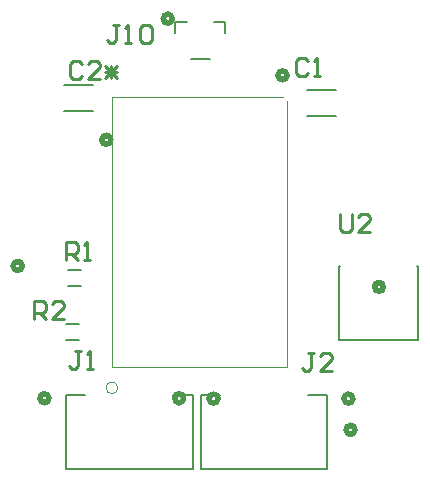
<source format=gto>
G04*
G04 #@! TF.GenerationSoftware,Altium Limited,Altium Designer,21.6.4 (81)*
G04*
G04 Layer_Color=65535*
%FSLAX44Y44*%
%MOMM*%
G71*
G04*
G04 #@! TF.SameCoordinates,662A1053-D2FE-41ED-9168-75848B50F108*
G04*
G04*
G04 #@! TF.FilePolarity,Positive*
G04*
G01*
G75*
%ADD10C,0.5080*%
%ADD11C,0.0800*%
%ADD12C,0.2000*%
%ADD13C,0.1524*%
%ADD14C,0.2540*%
D10*
X878631Y1450690D02*
G03*
X878631Y1450690I-3810J0D01*
G01*
X936209Y1150523D02*
G03*
X936209Y1150523I-3810J0D01*
G01*
X960311Y1271578D02*
G03*
X960311Y1271578I-3810J0D01*
G01*
X677009Y1177290D02*
G03*
X677009Y1177290I-3810J0D01*
G01*
X654463Y1289281D02*
G03*
X654463Y1289281I-3810J0D01*
G01*
X791069Y1177290D02*
G03*
X791069Y1177290I-3810J0D01*
G01*
X729410Y1396111D02*
G03*
X729410Y1396111I-3810J0D01*
G01*
X934421Y1176940D02*
G03*
X934421Y1176940I-3810J0D01*
G01*
X820211Y1176940D02*
G03*
X820211Y1176940I-3810J0D01*
G01*
X781511Y1498600D02*
G03*
X781511Y1498600I-3810J0D01*
G01*
D11*
X735340Y1186060D02*
G03*
X735340Y1186060I-5000J0D01*
G01*
X730340Y1203960D02*
X878840D01*
X730340D02*
Y1432560D01*
X878840Y1203960D02*
Y1428660D01*
X730340Y1432560D02*
X874940D01*
D12*
X691730Y1240170D02*
X702730D01*
X691730Y1226170D02*
X702730D01*
X693000Y1271890D02*
X704000D01*
X693000Y1285890D02*
X704000D01*
X690019Y1442290D02*
X714601D01*
X690019Y1420290D02*
X714601D01*
X895759Y1438480D02*
X920341D01*
X895759Y1416480D02*
X920341D01*
X922660Y1226870D02*
Y1289070D01*
Y1226870D02*
X989960D01*
Y1289070D01*
X989060D02*
X989960D01*
X922660D02*
X923560D01*
D13*
X912831Y1117680D02*
Y1180164D01*
X805389Y1117680D02*
X912831D01*
X805389D02*
Y1180164D01*
X895994D02*
X912831D01*
X805389D02*
X822226D01*
X798621Y1117680D02*
Y1180164D01*
X691179Y1117680D02*
X798621D01*
X691179D02*
Y1180164D01*
X781784D02*
X798621D01*
X691179D02*
X708017D01*
X784051Y1496050D02*
X793631D01*
X784051Y1486202D02*
Y1496050D01*
X816889D02*
X826469D01*
Y1486202D02*
Y1496050D01*
X797064Y1464554D02*
X813455D01*
D14*
X664134Y1244603D02*
Y1259837D01*
X671752D01*
X674291Y1257298D01*
Y1252220D01*
X671752Y1249681D01*
X664134D01*
X669212D02*
X674291Y1244603D01*
X689526D02*
X679369D01*
X689526Y1254759D01*
Y1257298D01*
X686987Y1259837D01*
X681908D01*
X679369Y1257298D01*
X691642Y1294384D02*
Y1309619D01*
X699259D01*
X701799Y1307080D01*
Y1302001D01*
X699259Y1299462D01*
X691642D01*
X696720D02*
X701799Y1294384D01*
X706877D02*
X711955D01*
X709416D01*
Y1309619D01*
X706877Y1307080D01*
X923290Y1333495D02*
Y1320799D01*
X925829Y1318260D01*
X930908D01*
X933447Y1320799D01*
Y1333495D01*
X948682Y1318260D02*
X938525D01*
X948682Y1328417D01*
Y1330956D01*
X946143Y1333495D01*
X941064D01*
X938525Y1330956D01*
X736683Y1492999D02*
X731604D01*
X734144D01*
Y1480303D01*
X731604Y1477764D01*
X729065D01*
X726526Y1480303D01*
X741761Y1477764D02*
X746839D01*
X744300D01*
Y1492999D01*
X741761Y1490460D01*
X754457D02*
X756996Y1492999D01*
X762074D01*
X764614Y1490460D01*
Y1480303D01*
X762074Y1477764D01*
X756996D01*
X754457Y1480303D01*
Y1490460D01*
X704851Y1460498D02*
X702312Y1463038D01*
X697233D01*
X694694Y1460498D01*
Y1450342D01*
X697233Y1447802D01*
X702312D01*
X704851Y1450342D01*
X720086Y1447802D02*
X709929D01*
X720086Y1457959D01*
Y1460498D01*
X717547Y1463038D01*
X712468D01*
X709929Y1460498D01*
X896620Y1463038D02*
X894081Y1465578D01*
X889003D01*
X886463Y1463038D01*
Y1452882D01*
X889003Y1450343D01*
X894081D01*
X896620Y1452882D01*
X901698Y1450343D02*
X906777D01*
X904238D01*
Y1465578D01*
X901698Y1463038D01*
X901701Y1215387D02*
X896622D01*
X899162D01*
Y1202692D01*
X896622Y1200153D01*
X894083D01*
X891544Y1202692D01*
X916936Y1200153D02*
X906779D01*
X916936Y1210309D01*
Y1212848D01*
X914397Y1215387D01*
X909318D01*
X906779Y1212848D01*
X704260Y1217578D02*
X699182D01*
X701721D01*
Y1204882D01*
X699182Y1202343D01*
X696643D01*
X694103Y1204882D01*
X709339Y1202343D02*
X714417D01*
X711878D01*
Y1217578D01*
X709339Y1215038D01*
X724154Y1458972D02*
X734311Y1448815D01*
X724154D02*
X734311Y1458972D01*
X724154Y1453893D02*
X734311D01*
X729232Y1448815D02*
Y1458972D01*
M02*

</source>
